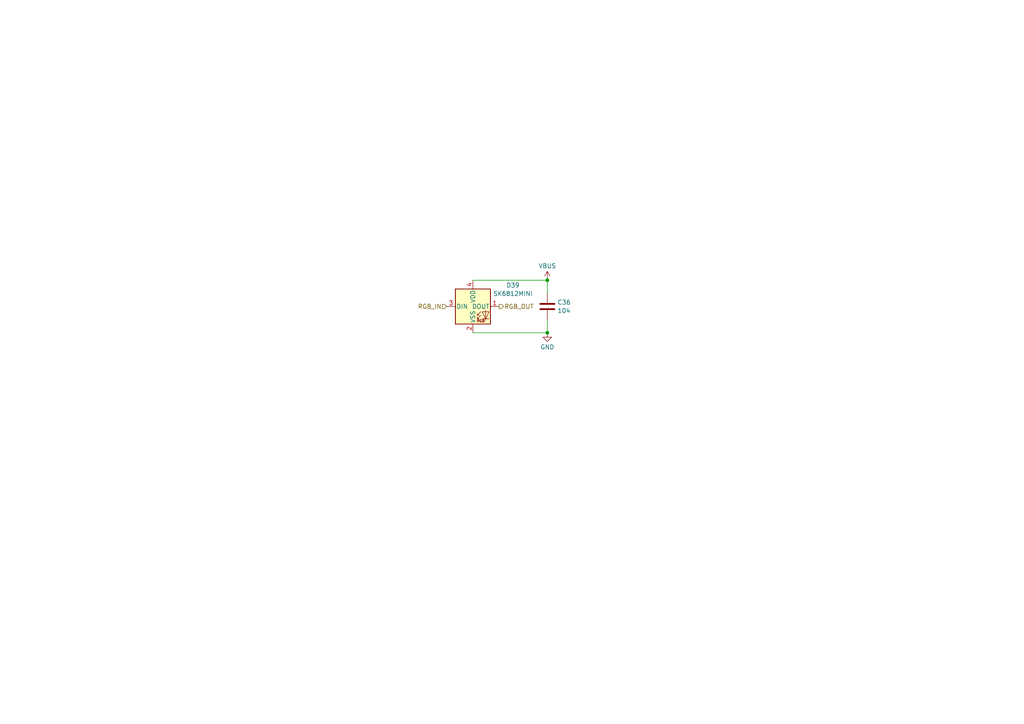
<source format=kicad_sch>
(kicad_sch (version 20231120) (generator "eeschema") (generator_version "8.0")
  (paper "A4")
  (lib_symbols
    (symbol "Device:C" (pin_numbers hide) (pin_names (offset 0.254))
      (property "Reference" "C" (at 0.635 2.54 0))
      (property "Value" "C" (at 0.635 -2.54 0))
      (symbol "C_0_1"
        (polyline (pts (xy -2.032 -0.762) (xy 2.032 -0.762)) (stroke (width 0.508)))
        (polyline (pts (xy -2.032 0.762) (xy 2.032 0.762)) (stroke (width 0.508)))
      )
      (symbol "C_1_1"
        (pin passive line (at 0 3.81 270) (length 2.794) (name "~") (number "1"))
        (pin passive line (at 0 -3.81 90) (length 2.794) (name "~") (number "2"))
      )
    )
    (symbol "LED:SK6812MINI" (pin_names (offset 0.254))
      (property "Reference" "D" (at 5.08 5.715 0))
      (property "Value" "SK6812MINI" (at 1.27 -5.715 0))
      (symbol "SK6812MINI_0_0"
        (text "RGB" (at 2.286 -4.191 0) (effects (font (size 0.762 0.762))))
      )
      (symbol "SK6812MINI_0_1"
        (polyline (pts (xy 1.27 -3.556) (xy 1.778 -3.556)))
        (polyline (pts (xy 1.27 -2.54) (xy 1.778 -2.54)))
        (polyline (pts (xy 4.699 -3.556) (xy 2.667 -3.556)))
        (polyline (pts (xy 2.286 -2.54) (xy 1.27 -3.556) (xy 1.27 -3.048)))
        (polyline (pts (xy 2.286 -1.524) (xy 1.27 -2.54) (xy 1.27 -2.032)))
        (polyline (pts (xy 3.683 -1.016) (xy 3.683 -3.556) (xy 3.683 -4.064)))
        (polyline (pts (xy 4.699 -1.524) (xy 2.667 -1.524) (xy 3.683 -3.556) (xy 4.699 -1.524)))
        (rectangle (start 5.08 5.08) (end -5.08 -5.08) (stroke (width 0.254)) (fill (type background)))
      )
      (symbol "SK6812MINI_1_1"
        (pin output line (at 7.62 0 180) (length 2.54) (name "DOUT") (number "1"))
        (pin power_in line (at 0 -7.62 90) (length 2.54) (name "VSS") (number "2"))
        (pin input line (at -7.62 0 0) (length 2.54) (name "DIN") (number "3"))
        (pin power_in line (at 0 7.62 270) (length 2.54) (name "VDD") (number "4"))
      )
    )
    (symbol "power:GND" (power) (pin_numbers hide) (pin_names (offset 0) hide)
      (property "Value" "GND" (at 0 -3.81 0))
      (symbol "GND_0_1"
        (polyline (pts (xy 0 0) (xy 0 -1.27) (xy 1.27 -1.27) (xy 0 -2.54) (xy -1.27 -1.27) (xy 0 -1.27)))
      )
      (symbol "GND_1_1"
        (pin power_in line (at 0 0 270) (length 0) (name "~") (number "1"))
      )
    )
    (symbol "power:VBUS" (power) (pin_numbers hide) (pin_names (offset 0) hide)
      (property "Value" "VBUS" (at 0 3.556 0))
      (symbol "VBUS_0_1"
        (polyline (pts (xy -0.762 1.27) (xy 0 2.54)))
        (polyline (pts (xy 0 0) (xy 0 2.54)))
        (polyline (pts (xy 0 2.54) (xy 0.762 1.27)))
      )
      (symbol "VBUS_1_1"
        (pin power_in line (at 0 0 90) (length 0) (name "~") (number "1"))
      )
    )
  )
  (junction (at 158.75 96.52))
  (junction (at 158.75 81.28))
  (wire (pts (xy 158.75 92.71) (xy 158.75 96.52)))
  (wire (pts (xy 158.75 96.52) (xy 137.16 96.52)))
  (wire (pts (xy 158.75 81.28) (xy 158.75 85.09)))
  (wire (pts (xy 137.16 81.28) (xy 158.75 81.28)))
  (hierarchical_label "RGB_IN" (shape input) (at 129.54 88.9 180))
  (hierarchical_label "RGB_OUT" (shape output) (at 144.78 88.9 0))
  (symbol (lib_id "power:GND") (at 158.75 96.52 0) (unit 1)
    (property "Reference" "#PWR050" (effects (hide yes)))
    (property "Value" "GND" (at 158.75 100.6531 0))
    (property "Description" "Power symbol creates a global label with name \"GND\" , ground" (effects (hide yes)))
    (instances (project "" (path "" (reference "#PWR050") (unit 1)) (path "" (reference "#PWR051") (unit 1)) (path "" (reference "#PWR052") (unit 1))))
  )
  (symbol (lib_id "Device:C") (at 158.75 88.9 0) (unit 1)
    (property "Reference" "C36" (at 161.671 87.6878 0) (effects (justify left)))
    (property "Value" "104" (at 161.671 90.1121 0) (effects (justify left)))
    (property "Footprint" "DecenTKL:C_0603_1608Metric" (effects (hide yes)))
    (property "Description" "Unpolarized capacitor" (effects (hide yes)))
    (property "JLCPCB Part #" " C83054" (effects (hide yes)))
    (instances (project "DecentNumPad" (path "" (reference "C36") (unit 1)) (path "" (reference "C37") (unit 1)) (path "" (reference "C38") (unit 1))))
  )
  (symbol (lib_id "power:VBUS") (at 158.75 81.28 0) (unit 1)
    (property "Reference" "#PWR072" (effects (hide yes)))
    (property "Value" "VBUS" (at 158.75 77.1469 0))
    (property "Description" "Power symbol creates a global label with name \"VBUS\"" (effects (hide yes)))
    (instances (project "" (path "" (reference "#PWR072") (unit 1)) (path "" (reference "#PWR073") (unit 1)) (path "" (reference "#PWR074") (unit 1))))
  )
  (symbol (lib_id "LED:SK6812MINI") (at 137.16 88.9 0) (unit 1)
    (property "Reference" "D40" (at 148.7677 82.755 0))
    (property "Value" "SK6812MINI" (at 148.7677 85.1793 0))
    (property "Footprint" "DecenTKL:SK6812 MINI-EA" (effects (hide yes)))
    (property "Datasheet" "https://cdn-shop.adafruit.com/product-files/2686/SK6812MINI_REV.01-1-2.pdf" (effects (hide yes)))
    (property "Description" "RGB LED with integrated controller" (effects (hide yes)))
    (property "JLCPCB Part #" "C5149201" (effects (hide yes)))
    (instances (project "" (path "" (reference "D39") (unit 1)) (path "" (reference "D40") (unit 1)) (path "" (reference "D41") (unit 1))))
  )
)
</source>
